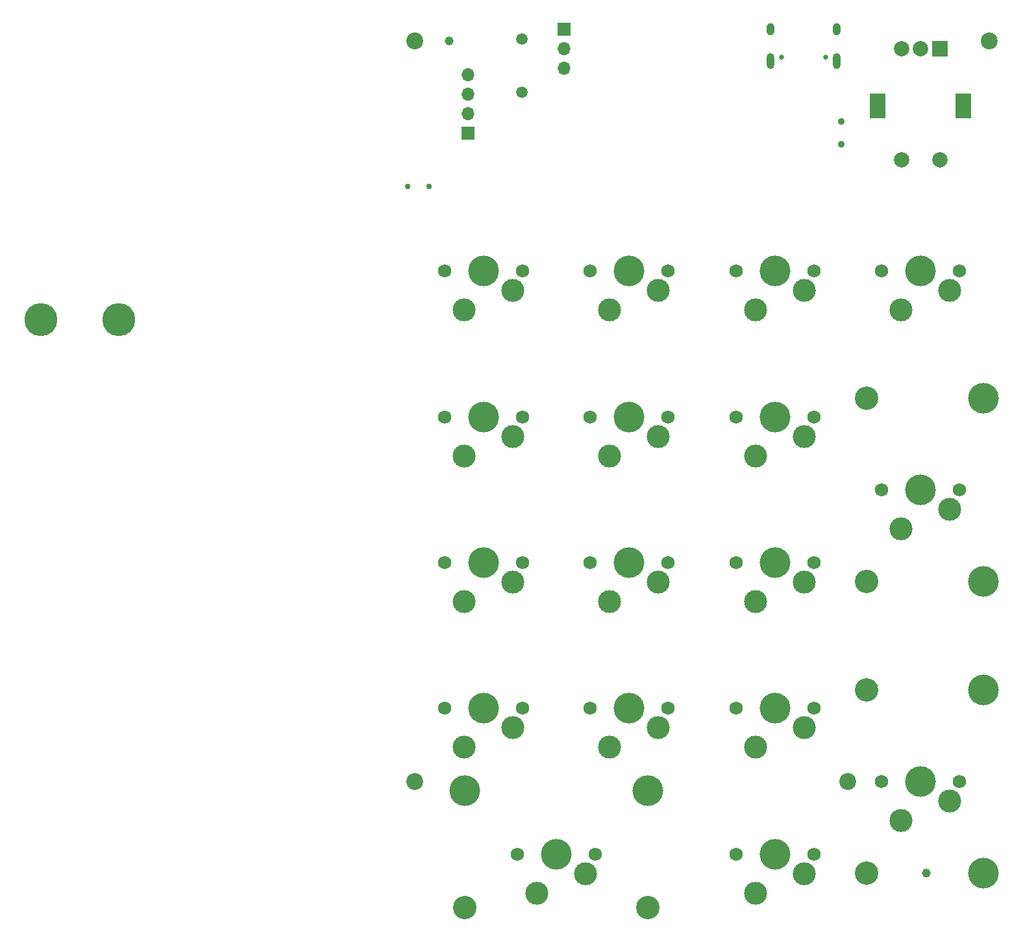
<source format=gbr>
%TF.GenerationSoftware,KiCad,Pcbnew,(5.1.10)-1*%
%TF.CreationDate,2021-11-23T17:36:00-06:00*%
%TF.ProjectId,PyKey18,50794b65-7931-4382-9e6b-696361645f70,1.0*%
%TF.SameCoordinates,Original*%
%TF.FileFunction,Soldermask,Top*%
%TF.FilePolarity,Negative*%
%FSLAX46Y46*%
G04 Gerber Fmt 4.6, Leading zero omitted, Abs format (unit mm)*
G04 Created by KiCad (PCBNEW (5.1.10)-1) date 2021-11-23 17:36:00*
%MOMM*%
%LPD*%
G01*
G04 APERTURE LIST*
%ADD10C,4.300000*%
%ADD11C,1.152000*%
%ADD12C,3.000000*%
%ADD13C,1.750000*%
%ADD14C,4.000000*%
%ADD15C,3.050000*%
%ADD16C,0.750000*%
%ADD17R,2.000000X2.000000*%
%ADD18C,2.000000*%
%ADD19R,2.000000X3.200000*%
%ADD20C,0.900000*%
%ADD21O,1.700000X1.700000*%
%ADD22R,1.700000X1.700000*%
%ADD23C,1.500000*%
%ADD24O,1.000000X2.100000*%
%ADD25C,0.650000*%
%ADD26O,1.000000X1.600000*%
%ADD27C,2.200000*%
G04 APERTURE END LIST*
D10*
%TO.C,H6*%
X4260000Y-90320000D03*
%TD*%
%TO.C,H5*%
X14410000Y-90320000D03*
%TD*%
D11*
%TO.C,H11*%
X119750000Y-162500000D03*
%TD*%
%TO.C,H10*%
X57500000Y-54000000D03*
%TD*%
D12*
%TO.C,U16*%
X116460000Y-155580000D03*
X122810000Y-153040000D03*
D13*
X113920000Y-150500000D03*
X124080000Y-150500000D03*
D14*
X119000000Y-150500000D03*
%TD*%
D12*
%TO.C,U12*%
X116460000Y-117580000D03*
X122810000Y-115040000D03*
D13*
X113920000Y-112500000D03*
X124080000Y-112500000D03*
D14*
X119000000Y-112500000D03*
%TD*%
D15*
%TO.C,H9*%
X112000000Y-138562000D03*
D14*
X127240000Y-138562000D03*
X127240000Y-162438000D03*
D15*
X112000000Y-162438000D03*
%TD*%
%TO.C,H8*%
X112000000Y-100562000D03*
D14*
X127240000Y-100562000D03*
X127240000Y-124438000D03*
D15*
X112000000Y-124438000D03*
%TD*%
%TO.C,U17*%
X59562000Y-167000000D03*
D14*
X59562000Y-151760000D03*
X83438000Y-151760000D03*
D15*
X83438000Y-167000000D03*
D12*
X68960000Y-165080000D03*
X75310000Y-162540000D03*
D13*
X66420000Y-160000000D03*
X76580000Y-160000000D03*
D14*
X71500000Y-160000000D03*
%TD*%
D12*
%TO.C,U3*%
X97460000Y-89080000D03*
X103810000Y-86540000D03*
D13*
X94920000Y-84000000D03*
X105080000Y-84000000D03*
D14*
X100000000Y-84000000D03*
%TD*%
D12*
%TO.C,U18*%
X97460000Y-165080000D03*
X103810000Y-162540000D03*
D13*
X94920000Y-160000000D03*
X105080000Y-160000000D03*
D14*
X100000000Y-160000000D03*
%TD*%
D12*
%TO.C,U15*%
X97460000Y-146080000D03*
X103810000Y-143540000D03*
D13*
X94920000Y-141000000D03*
X105080000Y-141000000D03*
D14*
X100000000Y-141000000D03*
%TD*%
D12*
%TO.C,U14*%
X78460000Y-146080000D03*
X84810000Y-143540000D03*
D13*
X75920000Y-141000000D03*
X86080000Y-141000000D03*
D14*
X81000000Y-141000000D03*
%TD*%
D12*
%TO.C,U13*%
X59460000Y-146080000D03*
X65810000Y-143540000D03*
D13*
X56920000Y-141000000D03*
X67080000Y-141000000D03*
D14*
X62000000Y-141000000D03*
%TD*%
D12*
%TO.C,U11*%
X97460000Y-127080000D03*
X103810000Y-124540000D03*
D13*
X94920000Y-122000000D03*
X105080000Y-122000000D03*
D14*
X100000000Y-122000000D03*
%TD*%
D12*
%TO.C,U10*%
X78460000Y-127080000D03*
X84810000Y-124540000D03*
D13*
X75920000Y-122000000D03*
X86080000Y-122000000D03*
D14*
X81000000Y-122000000D03*
%TD*%
D12*
%TO.C,U9*%
X59460000Y-127080000D03*
X65810000Y-124540000D03*
D13*
X56920000Y-122000000D03*
X67080000Y-122000000D03*
D14*
X62000000Y-122000000D03*
%TD*%
D12*
%TO.C,U8*%
X116460000Y-89080000D03*
X122810000Y-86540000D03*
D13*
X113920000Y-84000000D03*
X124080000Y-84000000D03*
D14*
X119000000Y-84000000D03*
%TD*%
D12*
%TO.C,U7*%
X97460000Y-108080000D03*
X103810000Y-105540000D03*
D13*
X94920000Y-103000000D03*
X105080000Y-103000000D03*
D14*
X100000000Y-103000000D03*
%TD*%
D12*
%TO.C,U6*%
X78460000Y-108080000D03*
X84810000Y-105540000D03*
D13*
X75920000Y-103000000D03*
X86080000Y-103000000D03*
D14*
X81000000Y-103000000D03*
%TD*%
D12*
%TO.C,U5*%
X59460000Y-108080000D03*
X65810000Y-105540000D03*
D13*
X56920000Y-103000000D03*
X67080000Y-103000000D03*
D14*
X62000000Y-103000000D03*
%TD*%
D12*
%TO.C,U2*%
X78460000Y-89080000D03*
X84810000Y-86540000D03*
D13*
X75920000Y-84000000D03*
X86080000Y-84000000D03*
D14*
X81000000Y-84000000D03*
%TD*%
D12*
%TO.C,U1*%
X59460000Y-89080000D03*
X65810000Y-86540000D03*
D13*
X56920000Y-84000000D03*
X67080000Y-84000000D03*
D14*
X62000000Y-84000000D03*
%TD*%
D16*
%TO.C,SW101*%
X52125000Y-73000000D03*
X54875000Y-73000000D03*
%TD*%
D17*
%TO.C,SW4*%
X121500000Y-55000000D03*
D18*
X119000000Y-55000000D03*
X116500000Y-55000000D03*
D19*
X124600000Y-62500000D03*
X113400000Y-62500000D03*
D18*
X121500000Y-69500000D03*
X116500000Y-69500000D03*
%TD*%
D20*
%TO.C,SW2*%
X108670000Y-64500000D03*
X108670000Y-67500000D03*
%TD*%
D21*
%TO.C,J5*%
X60000000Y-58420000D03*
X60000000Y-60960000D03*
X60000000Y-63500000D03*
D22*
X60000000Y-66040000D03*
%TD*%
D23*
%TO.C,J4*%
X67000000Y-60725000D03*
X67000000Y-53725000D03*
%TD*%
D21*
%TO.C,J2*%
X72500000Y-57539999D03*
X72500000Y-54999999D03*
D22*
X72500000Y-52459999D03*
%TD*%
D24*
%TO.C,J1*%
X108070000Y-56630000D03*
X99430000Y-56630000D03*
D25*
X100860000Y-56100000D03*
D26*
X99430000Y-52450000D03*
D25*
X106640000Y-56100000D03*
D26*
X108070000Y-52450000D03*
%TD*%
D27*
%TO.C,H4*%
X109500000Y-150500000D03*
%TD*%
%TO.C,H3*%
X53000000Y-150500000D03*
%TD*%
%TO.C,H2*%
X128000000Y-54000000D03*
%TD*%
%TO.C,H1*%
X53000000Y-54000000D03*
%TD*%
M02*

</source>
